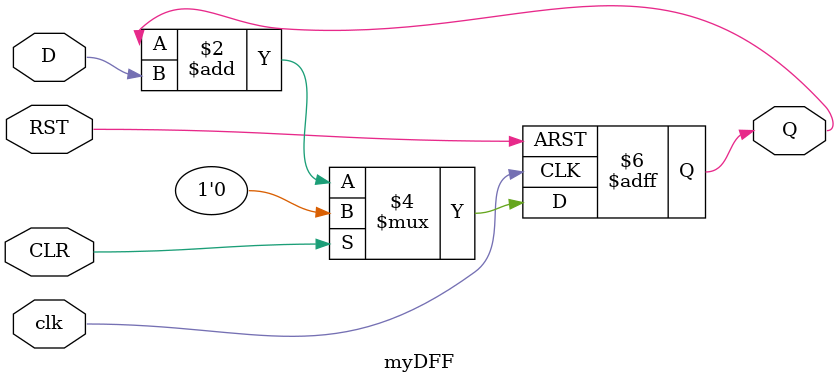
<source format=v>
module myDFF (clk, D, Q, RST, CLR);
    input clk, D, RST, CLR;  // Clock, data input, reset, and clear signals
    output reg Q;           // Output Q (flip-flop state)

    always @(posedge clk or posedge RST) begin
        if (RST)              // If reset signal is asserted (active high)
            Q <= 1'b0;        // Set Q to logic low (reset)
        else if (CLR)         // If clear signal is asserted
            Q <= 1'b0;        // Set Q to logic low (clear)
        else
            Q <= Q + D;       // Otherwise, capture input D on positive clock edge
    end
endmodule

</source>
